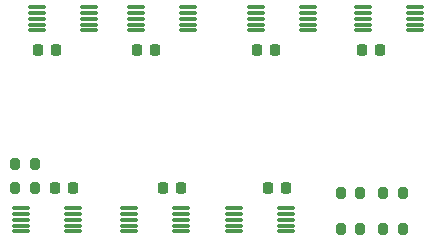
<source format=gbr>
%TF.GenerationSoftware,KiCad,Pcbnew,(6.0.10)*%
%TF.CreationDate,2022-12-26T22:40:19+13:00*%
%TF.ProjectId,esphome_shunt_monitor_ina226,65737068-6f6d-4655-9f73-68756e745f6d,rev?*%
%TF.SameCoordinates,Original*%
%TF.FileFunction,Paste,Bot*%
%TF.FilePolarity,Positive*%
%FSLAX46Y46*%
G04 Gerber Fmt 4.6, Leading zero omitted, Abs format (unit mm)*
G04 Created by KiCad (PCBNEW (6.0.10)) date 2022-12-26 22:40:19*
%MOMM*%
%LPD*%
G01*
G04 APERTURE LIST*
G04 Aperture macros list*
%AMRoundRect*
0 Rectangle with rounded corners*
0 $1 Rounding radius*
0 $2 $3 $4 $5 $6 $7 $8 $9 X,Y pos of 4 corners*
0 Add a 4 corners polygon primitive as box body*
4,1,4,$2,$3,$4,$5,$6,$7,$8,$9,$2,$3,0*
0 Add four circle primitives for the rounded corners*
1,1,$1+$1,$2,$3*
1,1,$1+$1,$4,$5*
1,1,$1+$1,$6,$7*
1,1,$1+$1,$8,$9*
0 Add four rect primitives between the rounded corners*
20,1,$1+$1,$2,$3,$4,$5,0*
20,1,$1+$1,$4,$5,$6,$7,0*
20,1,$1+$1,$6,$7,$8,$9,0*
20,1,$1+$1,$8,$9,$2,$3,0*%
G04 Aperture macros list end*
%ADD10RoundRect,0.075000X0.650000X0.075000X-0.650000X0.075000X-0.650000X-0.075000X0.650000X-0.075000X0*%
%ADD11RoundRect,0.200000X0.200000X0.275000X-0.200000X0.275000X-0.200000X-0.275000X0.200000X-0.275000X0*%
%ADD12RoundRect,0.075000X-0.650000X-0.075000X0.650000X-0.075000X0.650000X0.075000X-0.650000X0.075000X0*%
%ADD13RoundRect,0.225000X0.225000X0.250000X-0.225000X0.250000X-0.225000X-0.250000X0.225000X-0.250000X0*%
%ADD14RoundRect,0.200000X-0.200000X-0.275000X0.200000X-0.275000X0.200000X0.275000X-0.200000X0.275000X0*%
%ADD15RoundRect,0.225000X-0.225000X-0.250000X0.225000X-0.250000X0.225000X0.250000X-0.225000X0.250000X0*%
G04 APERTURE END LIST*
D10*
%TO.C,U2*%
X109404211Y-77232000D03*
X109404211Y-77732000D03*
X109404211Y-78232000D03*
X109404211Y-78732000D03*
X109404211Y-79232000D03*
X113804211Y-79232000D03*
X113804211Y-78732000D03*
X113804211Y-78232000D03*
X113804211Y-77732000D03*
X113804211Y-77232000D03*
%TD*%
D11*
%TO.C,R6*%
X100774000Y-92583000D03*
X99124000Y-92583000D03*
%TD*%
%TO.C,R5*%
X100774000Y-90551000D03*
X99124000Y-90551000D03*
%TD*%
D12*
%TO.C,U7*%
X117688000Y-96250000D03*
X117688000Y-95750000D03*
X117688000Y-95250000D03*
X117688000Y-94750000D03*
X117688000Y-94250000D03*
X122088000Y-94250000D03*
X122088000Y-94750000D03*
X122088000Y-95250000D03*
X122088000Y-95750000D03*
X122088000Y-96250000D03*
%TD*%
%TO.C,U6*%
X108798000Y-96250000D03*
X108798000Y-95750000D03*
X108798000Y-95250000D03*
X108798000Y-94750000D03*
X108798000Y-94250000D03*
X113198000Y-94250000D03*
X113198000Y-94750000D03*
X113198000Y-95250000D03*
X113198000Y-95750000D03*
X113198000Y-96250000D03*
%TD*%
D13*
%TO.C,C7*%
X122060000Y-92583000D03*
X120510000Y-92583000D03*
%TD*%
%TO.C,C6*%
X113170000Y-92583000D03*
X111620000Y-92583000D03*
%TD*%
D14*
%TO.C,R4*%
X131952000Y-92964000D03*
X130302000Y-92964000D03*
%TD*%
%TO.C,R3*%
X126683000Y-92964000D03*
X128333000Y-92964000D03*
%TD*%
%TO.C,R2*%
X130302000Y-96012000D03*
X131952000Y-96012000D03*
%TD*%
%TO.C,R1*%
X126683000Y-96012000D03*
X128333000Y-96012000D03*
%TD*%
D15*
%TO.C,C4*%
X128482211Y-80899000D03*
X130032211Y-80899000D03*
%TD*%
D12*
%TO.C,U5*%
X99654000Y-96250000D03*
X99654000Y-95750000D03*
X99654000Y-95250000D03*
X99654000Y-94750000D03*
X99654000Y-94250000D03*
X104054000Y-94250000D03*
X104054000Y-94750000D03*
X104054000Y-95250000D03*
X104054000Y-95750000D03*
X104054000Y-96250000D03*
%TD*%
D10*
%TO.C,U4*%
X132981211Y-77232000D03*
X132981211Y-77732000D03*
X132981211Y-78232000D03*
X132981211Y-78732000D03*
X132981211Y-79232000D03*
X128581211Y-79232000D03*
X128581211Y-78732000D03*
X128581211Y-78232000D03*
X128581211Y-77732000D03*
X128581211Y-77232000D03*
%TD*%
%TO.C,U3*%
X123964211Y-77232000D03*
X123964211Y-77732000D03*
X123964211Y-78232000D03*
X123964211Y-78732000D03*
X123964211Y-79232000D03*
X119564211Y-79232000D03*
X119564211Y-78732000D03*
X119564211Y-78232000D03*
X119564211Y-77732000D03*
X119564211Y-77232000D03*
%TD*%
D13*
%TO.C,C5*%
X104026000Y-92583000D03*
X102476000Y-92583000D03*
%TD*%
D15*
%TO.C,C3*%
X119592211Y-80899000D03*
X121142211Y-80899000D03*
%TD*%
%TO.C,C2*%
X109432211Y-80899000D03*
X110982211Y-80899000D03*
%TD*%
%TO.C,C1*%
X101050211Y-80899000D03*
X102600211Y-80899000D03*
%TD*%
D10*
%TO.C,U1*%
X101022211Y-77232000D03*
X101022211Y-77732000D03*
X101022211Y-78232000D03*
X101022211Y-78732000D03*
X101022211Y-79232000D03*
X105422211Y-79232000D03*
X105422211Y-78732000D03*
X105422211Y-78232000D03*
X105422211Y-77732000D03*
X105422211Y-77232000D03*
%TD*%
M02*

</source>
